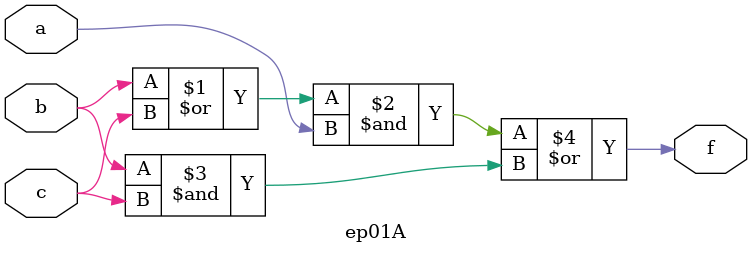
<source format=v>
module ep01A (a, b, c, f);
    input a, b, c;
    output f;

    // coloque aqui a descricao do circuito
    assign f = ((b | c) & a) | (b & c);
endmodule
</source>
